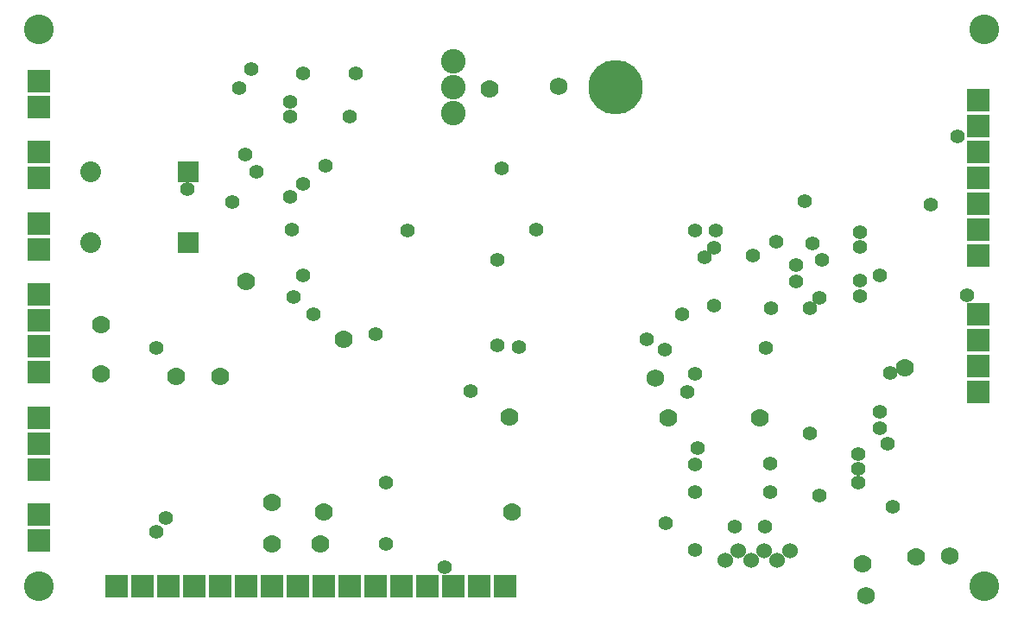
<source format=gbr>
G04 DipTrace 1.50*
%INBottom Mask.gbr*%
%MOIN*%
%ADD10C,0.01*%
%ADD11C,0.005*%
%ADD12C,0.003*%
%ADD13C,0.008*%
%ADD14C,0.016*%
%ADD15C,0.039*%
%ADD16C,0.02*%
%ADD17C,0.032*%
%ADD18C,0.0098*%
%ADD19C,0.05*%
%ADD20C,0.06*%
%ADD21C,0.025*%
%ADD22C,0.015*%
%ADD23R,0.045X0.05*%
%ADD24R,0.05X0.045*%
%ADD25R,0.045X0.06*%
%ADD26R,0.06X0.045*%
%ADD27C,0.07*%
%ADD28R,0.07X0.07*%
%ADD29R,0.08X0.08*%
%ADD30C,0.0591*%
%ADD31R,0.032X0.032*%
%ADD32C,0.085*%
%ADD33C,0.2*%
%ADD34R,0.0335X0.0197*%
%ADD35R,0.11X0.085*%
%ADD36R,0.05X0.025*%
%ADD37R,0.06X0.025*%
%ADD38R,0.084X0.03*%
%ADD39R,0.0689X0.0197*%
%ADD40R,0.0787X0.0197*%
%ADD41R,0.0197X0.0689*%
%ADD42R,0.0197X0.0787*%
%ADD43C,0.045*%
%ADD44C,0.115*%
%ADD45C,0.035*%
%ADD46C,0.0354*%
%ADD47C,0.055*%
%ADD48R,0.0297X0.0887*%
%ADD49R,0.0097X0.0687*%
%ADD50R,0.0297X0.0789*%
%ADD51R,0.0097X0.0589*%
%ADD52R,0.0887X0.0297*%
%ADD53R,0.0687X0.0097*%
%ADD54R,0.0789X0.0297*%
%ADD55R,0.0589X0.0097*%
%ADD56R,0.094X0.04*%
%ADD57R,0.074X0.02*%
%ADD58R,0.07X0.035*%
%ADD59R,0.05X0.015*%
%ADD60R,0.06X0.035*%
%ADD61R,0.04X0.015*%
%ADD62R,0.12X0.095*%
%ADD63R,0.1X0.075*%
%ADD64R,0.0435X0.0297*%
%ADD65R,0.0235X0.0097*%
%ADD66C,0.21*%
%ADD67C,0.19*%
%ADD68C,0.095*%
%ADD69C,0.075*%
%ADD70R,0.042X0.042*%
%ADD71R,0.022X0.022*%
%ADD72C,0.07*%
%ADD73C,0.0691*%
%ADD74C,0.0491*%
%ADD75C,0.04*%
%ADD76R,0.09X0.09*%
%ADD77R,0.06X0.06*%
%ADD78C,0.08*%
%ADD79C,0.06*%
%ADD80R,0.07X0.055*%
%ADD81R,0.05X0.035*%
%ADD82R,0.055X0.07*%
%ADD83R,0.035X0.05*%
%ADD84R,0.06X0.055*%
%ADD85R,0.04X0.035*%
%ADD86R,0.055X0.06*%
%ADD87R,0.035X0.04*%
%ADD88C,0.0087*%
%FSLAX44Y44*%
%SFA1B1*%
%OFA0B0*%
G04*
G70*
G90*
G75*
G01*
%LNBotMask*%
%LPD*%
D47*
X22680Y14280D3*
Y17580D3*
X37941Y8060D3*
X30321Y9680D3*
X18400Y6640D3*
Y8980D3*
X12460Y19820D3*
X29181Y7440D3*
X15180Y20540D3*
X19220Y18740D3*
X37441Y16980D3*
Y11740D3*
X31061Y18060D3*
X31121Y18720D3*
X31861Y7280D3*
X33001D3*
X30321Y18720D3*
Y13200D3*
X29801Y15480D3*
X33261Y15720D3*
X24200Y18760D3*
X36681Y18080D3*
X17220Y24801D3*
X15200D3*
X22861Y21120D3*
X14680Y23141D3*
Y20020D3*
X23501Y14240D3*
X13200Y24961D3*
X15580Y15500D3*
X14680Y23681D3*
X12720Y24241D3*
X36621Y10080D3*
X36681Y18660D3*
X21640Y12540D3*
X30001Y12480D3*
X14820Y16160D3*
X32541Y17760D3*
X34741Y10900D3*
Y15720D3*
X12940Y21660D3*
X36681Y16800D3*
X34221Y16760D3*
X37841Y13240D3*
X30321Y8620D3*
X14760Y18760D3*
X15180Y17000D3*
X37761Y10500D3*
X30321Y6380D3*
X34221Y17400D3*
X37441Y11080D3*
X10720Y20340D3*
X16980Y23141D3*
X13400Y21000D3*
X16040Y21240D3*
X36621Y9540D3*
X35221Y17600D3*
X30420Y10320D3*
X30681Y17680D3*
X33221Y9740D3*
Y8640D3*
X9520Y7080D3*
Y14200D3*
X34541Y19860D3*
X40461Y22361D3*
X34861Y18220D3*
X40821Y16220D3*
X33441Y18300D3*
X39401Y19740D3*
X35121Y8500D3*
Y16140D3*
X18000Y14740D3*
X28440Y14540D3*
X29140Y14120D3*
X33040Y14180D3*
X36621Y9000D3*
X36681Y16180D3*
X31041Y15820D3*
X20640Y5720D3*
X9880Y7620D3*
D78*
X7000Y21000D3*
D29*
X10752D3*
D78*
X7000Y18250D3*
D29*
X10752D3*
D44*
X5000Y5000D3*
Y26500D3*
X41500D3*
Y5000D3*
D76*
X5000Y21750D3*
Y20750D3*
X8000Y5000D3*
X9000D3*
X10000D3*
X11000D3*
X12000D3*
X13000D3*
X14000D3*
X15000D3*
X16000D3*
X17000D3*
X18000D3*
X19000D3*
X20000D3*
X21000D3*
X22000D3*
X23000D3*
X5000Y19000D3*
Y18000D3*
D20*
X31500Y6000D3*
X32000Y6350D3*
X32500Y6000D3*
X33000Y6350D3*
X33500Y6000D3*
X34000Y6350D3*
D76*
X41250Y15500D3*
Y14500D3*
Y13500D3*
Y12500D3*
Y23750D3*
Y22750D3*
Y21750D3*
Y20750D3*
Y19750D3*
Y18750D3*
Y17750D3*
X5000Y11500D3*
Y10500D3*
Y9500D3*
Y23500D3*
Y24500D3*
Y7750D3*
Y6750D3*
Y16250D3*
Y15250D3*
Y14250D3*
Y13250D3*
D73*
X25040Y24280D3*
D72*
X15850Y6640D3*
X15970Y7860D3*
X13990Y8240D3*
X29300Y11500D3*
X23140Y11520D3*
X16740Y14520D3*
X12000Y13100D3*
X23240Y7860D3*
X38840Y6120D3*
X36780Y5860D3*
X10300Y13100D3*
D73*
X40160Y6160D3*
X36920Y4640D3*
X28800Y13040D3*
D72*
X7400Y13200D3*
Y15100D3*
X22400Y24200D3*
X38420Y13420D3*
X32820Y11500D3*
X13000Y16750D3*
X13990Y6640D3*
D68*
X21000Y24250D3*
Y25250D3*
Y23250D3*
D66*
X27260Y24250D3*
M02*

</source>
